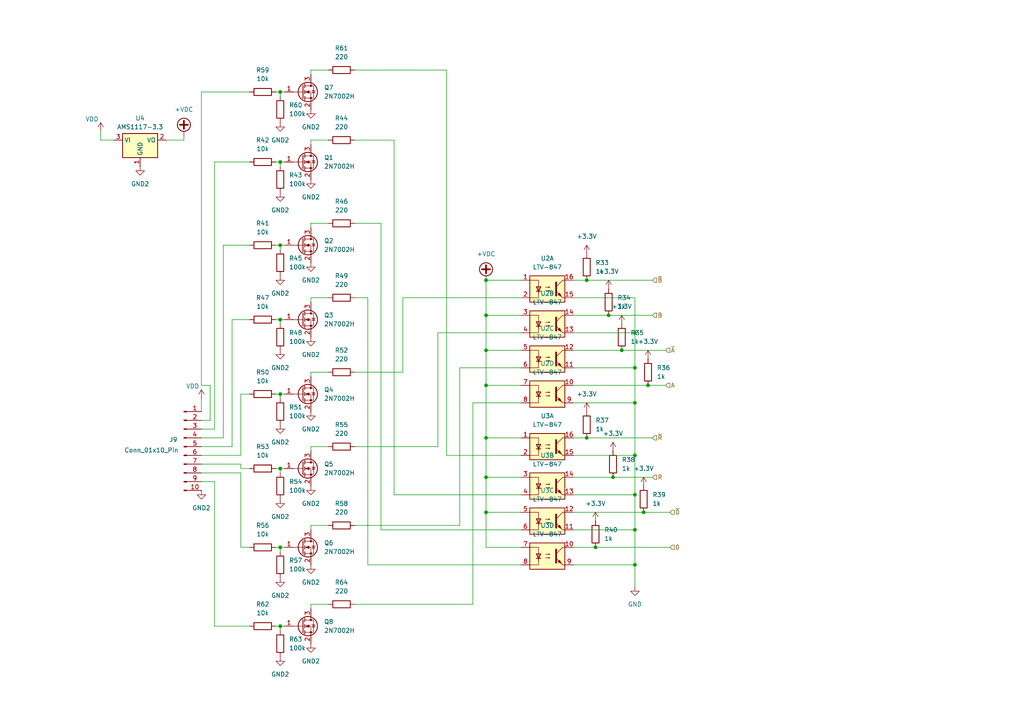
<source format=kicad_sch>
(kicad_sch (version 20231120) (generator "eeschema") (generator_version "8.0")
  (paper "A4")
  (lib_symbols
    (symbol "Connector:Conn_01x10_Pin" (pin_names (offset 1.016) hide)
      (property "Reference" "J" (at 0 12.7 0))
      (property "Value" "Conn_01x10_Pin" (at 0 -15.24 0))
      (symbol "Conn_01x10_Pin_1_1"
        (polyline (pts (xy 1.27 -12.7) (xy 0.8636 -12.7)) (stroke (width 0.1524)))
        (polyline (pts (xy 1.27 -10.16) (xy 0.8636 -10.16)) (stroke (width 0.1524)))
        (polyline (pts (xy 1.27 -7.62) (xy 0.8636 -7.62)) (stroke (width 0.1524)))
        (polyline (pts (xy 1.27 -5.08) (xy 0.8636 -5.08)) (stroke (width 0.1524)))
        (polyline (pts (xy 1.27 -2.54) (xy 0.8636 -2.54)) (stroke (width 0.1524)))
        (polyline (pts (xy 1.27 0) (xy 0.8636 0)) (stroke (width 0.1524)))
        (polyline (pts (xy 1.27 2.54) (xy 0.8636 2.54)) (stroke (width 0.1524)))
        (polyline (pts (xy 1.27 5.08) (xy 0.8636 5.08)) (stroke (width 0.1524)))
        (polyline (pts (xy 1.27 7.62) (xy 0.8636 7.62)) (stroke (width 0.1524)))
        (polyline (pts (xy 1.27 10.16) (xy 0.8636 10.16)) (stroke (width 0.1524)))
        (rectangle (start 0.8636 -12.573) (end 0 -12.827) (stroke (width 0.1524)) (fill (type outline)))
        (rectangle (start 0.8636 -10.033) (end 0 -10.287) (stroke (width 0.1524)) (fill (type outline)))
        (rectangle (start 0.8636 -7.493) (end 0 -7.747) (stroke (width 0.1524)) (fill (type outline)))
        (rectangle (start 0.8636 -4.953) (end 0 -5.207) (stroke (width 0.1524)) (fill (type outline)))
        (rectangle (start 0.8636 -2.413) (end 0 -2.667) (stroke (width 0.1524)) (fill (type outline)))
        (rectangle (start 0.8636 0.127) (end 0 -0.127) (stroke (width 0.1524)) (fill (type outline)))
        (rectangle (start 0.8636 2.667) (end 0 2.413) (stroke (width 0.1524)) (fill (type outline)))
        (rectangle (start 0.8636 5.207) (end 0 4.953) (stroke (width 0.1524)) (fill (type outline)))
        (rectangle (start 0.8636 7.747) (end 0 7.493) (stroke (width 0.1524)) (fill (type outline)))
        (rectangle (start 0.8636 10.287) (end 0 10.033) (stroke (width 0.1524)) (fill (type outline)))
        (pin passive line (at 5.08 10.16 180) (length 3.81) (name "Pin_1") (number "1"))
        (pin passive line (at 5.08 -12.7 180) (length 3.81) (name "Pin_10") (number "10"))
        (pin passive line (at 5.08 7.62 180) (length 3.81) (name "Pin_2") (number "2"))
        (pin passive line (at 5.08 5.08 180) (length 3.81) (name "Pin_3") (number "3"))
        (pin passive line (at 5.08 2.54 180) (length 3.81) (name "Pin_4") (number "4"))
        (pin passive line (at 5.08 0 180) (length 3.81) (name "Pin_5") (number "5"))
        (pin passive line (at 5.08 -2.54 180) (length 3.81) (name "Pin_6") (number "6"))
        (pin passive line (at 5.08 -5.08 180) (length 3.81) (name "Pin_7") (number "7"))
        (pin passive line (at 5.08 -7.62 180) (length 3.81) (name "Pin_8") (number "8"))
        (pin passive line (at 5.08 -10.16 180) (length 3.81) (name "Pin_9") (number "9"))
      )
    )
    (symbol "Device:R" (pin_numbers hide) (pin_names (offset 0))
      (property "Reference" "R" (at 2.032 0 90))
      (property "Value" "R" (at 0 0 90))
      (symbol "R_0_1"
        (rectangle (start -1.016 -2.54) (end 1.016 2.54) (stroke (width 0.254)))
      )
      (symbol "R_1_1"
        (pin passive line (at 0 3.81 270) (length 1.27) (name "~") (number "1"))
        (pin passive line (at 0 -3.81 90) (length 1.27) (name "~") (number "2"))
      )
    )
    (symbol "Isolator:LTV-847" (pin_names (offset 1.016))
      (property "Reference" "U" (at -5.08 5.08 0))
      (property "Value" "LTV-847" (at 0 5.08 0))
      (symbol "LTV-847_0_1"
        (rectangle (start -5.08 3.81) (end 5.08 -3.81) (stroke (width 0.254)) (fill (type background)))
        (polyline (pts (xy -3.175 -0.635) (xy -1.905 -0.635)) (stroke (width 0.254)))
        (polyline (pts (xy 2.54 0.635) (xy 4.445 2.54)))
        (polyline (pts (xy 4.445 -2.54) (xy 2.54 -0.635)) (fill (type outline)))
        (polyline (pts (xy 4.445 -2.54) (xy 5.08 -2.54)))
        (polyline (pts (xy 4.445 2.54) (xy 5.08 2.54)))
        (polyline (pts (xy -2.54 -0.635) (xy -2.54 -2.54) (xy -5.08 -2.54)))
        (polyline (pts (xy 2.54 1.905) (xy 2.54 -1.905) (xy 2.54 -1.905)) (stroke (width 0.508)))
        (polyline (pts (xy -5.08 2.54) (xy -2.54 2.54) (xy -2.54 -1.27) (xy -2.54 0.635)))
        (polyline (pts (xy -2.54 -0.635) (xy -3.175 0.635) (xy -1.905 0.635) (xy -2.54 -0.635)) (stroke (width 0.254)))
        (polyline (pts (xy -0.508 -0.508) (xy 0.762 -0.508) (xy 0.381 -0.635) (xy 0.381 -0.381) (xy 0.762 -0.508)))
        (polyline (pts (xy -0.508 0.508) (xy 0.762 0.508) (xy 0.381 0.381) (xy 0.381 0.635) (xy 0.762 0.508)))
        (polyline (pts (xy 3.048 -1.651) (xy 3.556 -1.143) (xy 4.064 -2.159) (xy 3.048 -1.651) (xy 3.048 -1.651)) (fill (type outline)))
      )
      (symbol "LTV-847_1_1"
        (pin passive line (at -7.62 2.54 0) (length 2.54) (name "~") (number "1"))
        (pin passive line (at 7.62 -2.54 180) (length 2.54) (name "~") (number "15"))
        (pin passive line (at 7.62 2.54 180) (length 2.54) (name "~") (number "16"))
        (pin passive line (at -7.62 -2.54 0) (length 2.54) (name "~") (number "2"))
      )
      (symbol "LTV-847_2_1"
        (pin passive line (at 7.62 -2.54 180) (length 2.54) (name "~") (number "13"))
        (pin passive line (at 7.62 2.54 180) (length 2.54) (name "~") (number "14"))
        (pin passive line (at -7.62 2.54 0) (length 2.54) (name "~") (number "3"))
        (pin passive line (at -7.62 -2.54 0) (length 2.54) (name "~") (number "4"))
      )
      (symbol "LTV-847_3_1"
        (pin passive line (at 7.62 -2.54 180) (length 2.54) (name "~") (number "11"))
        (pin passive line (at 7.62 2.54 180) (length 2.54) (name "~") (number "12"))
        (pin passive line (at -7.62 2.54 0) (length 2.54) (name "~") (number "5"))
        (pin passive line (at -7.62 -2.54 0) (length 2.54) (name "~") (number "6"))
      )
      (symbol "LTV-847_4_1"
        (pin passive line (at 7.62 2.54 180) (length 2.54) (name "~") (number "10"))
        (pin passive line (at -7.62 2.54 0) (length 2.54) (name "~") (number "7"))
        (pin passive line (at -7.62 -2.54 0) (length 2.54) (name "~") (number "8"))
        (pin passive line (at 7.62 -2.54 180) (length 2.54) (name "~") (number "9"))
      )
    )
    (symbol "Regulator_Linear:AMS1117-3.3"
      (property "Reference" "U" (at -3.81 3.175 0))
      (property "Value" "AMS1117-3.3" (at 0 3.175 0))
      (symbol "AMS1117-3.3_0_1"
        (rectangle (start -5.08 -5.08) (end 5.08 1.905) (stroke (width 0.254)) (fill (type background)))
      )
      (symbol "AMS1117-3.3_1_1"
        (pin power_in line (at 0 -7.62 90) (length 2.54) (name "GND") (number "1"))
        (pin power_out line (at 7.62 0 180) (length 2.54) (name "VO") (number "2"))
        (pin power_in line (at -7.62 0 0) (length 2.54) (name "VI") (number "3"))
      )
    )
    (symbol "Transistor_FET:2N7002H" (pin_names hide)
      (property "Reference" "Q" (at 5.08 1.905 0))
      (property "Value" "2N7002H" (at 5.08 0 0))
      (symbol "2N7002H_0_1"
        (polyline (pts (xy 0.254 0) (xy -2.54 0)))
        (polyline (pts (xy 0.254 1.905) (xy 0.254 -1.905)) (stroke (width 0.254)))
        (polyline (pts (xy 0.762 -1.27) (xy 0.762 -2.286)) (stroke (width 0.254)))
        (polyline (pts (xy 0.762 0.508) (xy 0.762 -0.508)) (stroke (width 0.254)))
        (polyline (pts (xy 0.762 2.286) (xy 0.762 1.27)) (stroke (width 0.254)))
        (polyline (pts (xy 2.54 2.54) (xy 2.54 1.778)))
        (polyline (pts (xy 2.54 -2.54) (xy 2.54 0) (xy 0.762 0)))
        (polyline (pts (xy 0.762 -1.778) (xy 3.302 -1.778) (xy 3.302 1.778) (xy 0.762 1.778)))
        (polyline (pts (xy 1.016 0) (xy 2.032 0.381) (xy 2.032 -0.381) (xy 1.016 0)) (fill (type outline)))
        (polyline (pts (xy 2.794 0.508) (xy 2.921 0.381) (xy 3.683 0.381) (xy 3.81 0.254)))
        (polyline (pts (xy 3.302 0.381) (xy 2.921 -0.254) (xy 3.683 -0.254) (xy 3.302 0.381)))
        (circle (center 1.651 0) (radius 2.794) (stroke (width 0.254)))
        (circle (center 2.54 -1.778) (radius 0.254) (fill (type outline)))
        (circle (center 2.54 1.778) (radius 0.254) (fill (type outline)))
      )
      (symbol "2N7002H_1_1"
        (pin input line (at -5.08 0 0) (length 2.54) (name "G") (number "1"))
        (pin passive line (at 2.54 -5.08 90) (length 2.54) (name "S") (number "2"))
        (pin passive line (at 2.54 5.08 270) (length 2.54) (name "D") (number "3"))
      )
    )
    (symbol "power:+3.3V" (power) (pin_numbers hide) (pin_names (offset 0) hide)
      (property "Value" "+3.3V" (at 0 3.556 0))
      (symbol "+3.3V_0_1"
        (polyline (pts (xy -0.762 1.27) (xy 0 2.54)))
        (polyline (pts (xy 0 0) (xy 0 2.54)))
        (polyline (pts (xy 0 2.54) (xy 0.762 1.27)))
      )
      (symbol "+3.3V_1_1"
        (pin power_in line (at 0 0 90) (length 0) (name "~") (number "1"))
      )
    )
    (symbol "power:+VDC" (power) (pin_numbers hide) (pin_names (offset 0) hide)
      (property "Value" "+VDC" (at 0 6.35 0))
      (symbol "+VDC_0_1"
        (polyline (pts (xy -1.143 3.175) (xy 1.143 3.175)) (stroke (width 0.508)))
        (polyline (pts (xy 0 0) (xy 0 1.27)))
        (polyline (pts (xy 0 2.032) (xy 0 4.318)) (stroke (width 0.508)))
        (circle (center 0 3.175) (radius 1.905) (stroke (width 0.254)))
      )
      (symbol "+VDC_1_1"
        (pin power_in line (at 0 0 90) (length 0) (name "~") (number "1"))
      )
    )
    (symbol "power:GND" (power) (pin_numbers hide) (pin_names (offset 0) hide)
      (property "Value" "GND" (at 0 -3.81 0))
      (symbol "GND_0_1"
        (polyline (pts (xy 0 0) (xy 0 -1.27) (xy 1.27 -1.27) (xy 0 -2.54) (xy -1.27 -1.27) (xy 0 -1.27)))
      )
      (symbol "GND_1_1"
        (pin power_in line (at 0 0 270) (length 0) (name "~") (number "1"))
      )
    )
    (symbol "power:GND2" (power) (pin_numbers hide) (pin_names (offset 0) hide)
      (property "Value" "GND2" (at 0 -3.81 0))
      (symbol "GND2_0_1"
        (polyline (pts (xy 0 0) (xy 0 -1.27) (xy 1.27 -1.27) (xy 0 -2.54) (xy -1.27 -1.27) (xy 0 -1.27)))
      )
      (symbol "GND2_1_1"
        (pin power_in line (at 0 0 270) (length 0) (name "~") (number "1"))
      )
    )
    (symbol "power:VDD" (power) (pin_numbers hide) (pin_names (offset 0) hide)
      (property "Value" "VDD" (at 0 3.556 0))
      (symbol "VDD_0_1"
        (polyline (pts (xy -0.762 1.27) (xy 0 2.54)))
        (polyline (pts (xy 0 0) (xy 0 2.54)))
        (polyline (pts (xy 0 2.54) (xy 0.762 1.27)))
      )
      (symbol "VDD_1_1"
        (pin power_in line (at 0 0 90) (length 0) (name "~") (number "1"))
      )
    )
  )
  (junction (at 184.15 96.52))
  (junction (at 140.97 101.6))
  (junction (at 184.15 116.84))
  (junction (at 184.15 132.08))
  (junction (at 140.97 111.76))
  (junction (at 170.18 127))
  (junction (at 81.28 135.89))
  (junction (at 176.53 91.44))
  (junction (at 81.28 71.12))
  (junction (at 81.28 114.3))
  (junction (at 81.28 181.61))
  (junction (at 81.28 26.67))
  (junction (at 81.28 158.75))
  (junction (at 186.69 148.59))
  (junction (at 184.15 106.68))
  (junction (at 140.97 127))
  (junction (at 81.28 92.71))
  (junction (at 140.97 138.43))
  (junction (at 172.72 158.75))
  (junction (at 184.15 163.83))
  (junction (at 140.97 91.44))
  (junction (at 170.18 81.28))
  (junction (at 184.15 143.51))
  (junction (at 187.96 111.76))
  (junction (at 81.28 46.99))
  (junction (at 140.97 148.59))
  (junction (at 177.8 138.43))
  (junction (at 140.97 81.28))
  (junction (at 180.34 101.6))
  (junction (at 184.15 153.67))
  (wire (pts (xy 81.28 26.67) (xy 82.55 26.67)))
  (wire (pts (xy 184.15 163.83) (xy 184.15 170.18)))
  (wire (pts (xy 102.87 129.54) (xy 127 129.54)))
  (wire (pts (xy 72.39 46.99) (xy 62.23 46.99)))
  (wire (pts (xy 80.01 71.12) (xy 81.28 71.12)))
  (wire (pts (xy 69.85 137.16) (xy 58.42 137.16)))
  (wire (pts (xy 114.3 143.51) (xy 151.13 143.51)))
  (wire (pts (xy 81.28 71.12) (xy 82.55 71.12)))
  (wire (pts (xy 90.17 86.36) (xy 90.17 87.63)))
  (wire (pts (xy 80.01 92.71) (xy 81.28 92.71)))
  (wire (pts (xy 69.85 135.89) (xy 69.85 134.62)))
  (wire (pts (xy 102.87 107.95) (xy 116.84 107.95)))
  (wire (pts (xy 193.04 111.76) (xy 187.96 111.76)))
  (wire (pts (xy 176.53 91.44) (xy 166.37 91.44)))
  (wire (pts (xy 90.17 64.77) (xy 90.17 66.04)))
  (wire (pts (xy 90.17 152.4) (xy 90.17 153.67)))
  (wire (pts (xy 64.77 71.12) (xy 64.77 127)))
  (wire (pts (xy 184.15 153.67) (xy 184.15 163.83)))
  (wire (pts (xy 81.28 114.3) (xy 81.28 115.57)))
  (wire (pts (xy 67.31 129.54) (xy 58.42 129.54)))
  (wire (pts (xy 95.25 107.95) (xy 90.17 107.95)))
  (wire (pts (xy 80.01 181.61) (xy 81.28 181.61)))
  (wire (pts (xy 81.28 92.71) (xy 81.28 93.98)))
  (wire (pts (xy 193.04 101.6) (xy 180.34 101.6)))
  (wire (pts (xy 140.97 81.28) (xy 151.13 81.28)))
  (wire (pts (xy 102.87 64.77) (xy 110.49 64.77)))
  (wire (pts (xy 133.35 152.4) (xy 133.35 106.68)))
  (wire (pts (xy 170.18 127) (xy 166.37 127)))
  (wire (pts (xy 127 129.54) (xy 127 96.52)))
  (wire (pts (xy 95.25 40.64) (xy 90.17 40.64)))
  (wire (pts (xy 106.68 163.83) (xy 151.13 163.83)))
  (wire (pts (xy 184.15 106.68) (xy 184.15 116.84)))
  (wire (pts (xy 58.42 115.57) (xy 58.42 119.38)))
  (wire (pts (xy 166.37 106.68) (xy 184.15 106.68)))
  (wire (pts (xy 166.37 96.52) (xy 184.15 96.52)))
  (wire (pts (xy 102.87 152.4) (xy 133.35 152.4)))
  (wire (pts (xy 166.37 143.51) (xy 184.15 143.51)))
  (wire (pts (xy 151.13 148.59) (xy 140.97 148.59)))
  (wire (pts (xy 72.39 181.61) (xy 62.23 181.61)))
  (wire (pts (xy 64.77 127) (xy 58.42 127)))
  (wire (pts (xy 72.39 92.71) (xy 67.31 92.71)))
  (wire (pts (xy 95.25 129.54) (xy 90.17 129.54)))
  (wire (pts (xy 184.15 96.52) (xy 184.15 106.68)))
  (wire (pts (xy 177.8 138.43) (xy 166.37 138.43)))
  (wire (pts (xy 116.84 107.95) (xy 116.84 86.36)))
  (wire (pts (xy 140.97 81.28) (xy 140.97 91.44)))
  (wire (pts (xy 29.21 40.64) (xy 33.02 40.64)))
  (wire (pts (xy 80.01 135.89) (xy 81.28 135.89)))
  (wire (pts (xy 106.68 86.36) (xy 102.87 86.36)))
  (wire (pts (xy 189.23 81.28) (xy 170.18 81.28)))
  (wire (pts (xy 95.25 152.4) (xy 90.17 152.4)))
  (wire (pts (xy 189.23 91.44) (xy 176.53 91.44)))
  (wire (pts (xy 151.13 138.43) (xy 140.97 138.43)))
  (wire (pts (xy 58.42 26.67) (xy 58.42 111.76)))
  (wire (pts (xy 116.84 86.36) (xy 151.13 86.36)))
  (wire (pts (xy 151.13 158.75) (xy 140.97 158.75)))
  (wire (pts (xy 69.85 158.75) (xy 69.85 137.16)))
  (wire (pts (xy 80.01 114.3) (xy 81.28 114.3)))
  (wire (pts (xy 114.3 40.64) (xy 114.3 143.51)))
  (wire (pts (xy 58.42 111.76) (xy 60.96 111.76)))
  (wire (pts (xy 184.15 132.08) (xy 184.15 143.51)))
  (wire (pts (xy 72.39 71.12) (xy 64.77 71.12)))
  (wire (pts (xy 69.85 134.62) (xy 58.42 134.62)))
  (wire (pts (xy 137.16 175.26) (xy 137.16 116.84)))
  (wire (pts (xy 102.87 40.64) (xy 114.3 40.64)))
  (wire (pts (xy 81.28 71.12) (xy 81.28 72.39)))
  (wire (pts (xy 140.97 127) (xy 140.97 111.76)))
  (wire (pts (xy 62.23 181.61) (xy 62.23 139.7)))
  (wire (pts (xy 140.97 101.6) (xy 140.97 111.76)))
  (wire (pts (xy 81.28 181.61) (xy 81.28 182.88)))
  (wire (pts (xy 62.23 46.99) (xy 62.23 124.46)))
  (wire (pts (xy 81.28 181.61) (xy 82.55 181.61)))
  (wire (pts (xy 72.39 114.3) (xy 69.85 114.3)))
  (wire (pts (xy 140.97 148.59) (xy 140.97 138.43)))
  (wire (pts (xy 90.17 129.54) (xy 90.17 130.81)))
  (wire (pts (xy 48.26 40.64) (xy 53.34 40.64)))
  (wire (pts (xy 180.34 101.6) (xy 166.37 101.6)))
  (wire (pts (xy 151.13 127) (xy 140.97 127)))
  (wire (pts (xy 81.28 92.71) (xy 82.55 92.71)))
  (wire (pts (xy 80.01 46.99) (xy 81.28 46.99)))
  (wire (pts (xy 81.28 46.99) (xy 82.55 46.99)))
  (wire (pts (xy 189.23 127) (xy 170.18 127)))
  (wire (pts (xy 184.15 143.51) (xy 184.15 153.67)))
  (wire (pts (xy 137.16 116.84) (xy 151.13 116.84)))
  (wire (pts (xy 172.72 158.75) (xy 166.37 158.75)))
  (wire (pts (xy 194.31 158.75) (xy 172.72 158.75)))
  (wire (pts (xy 184.15 116.84) (xy 184.15 132.08)))
  (wire (pts (xy 133.35 106.68) (xy 151.13 106.68)))
  (wire (pts (xy 53.34 39.37) (xy 53.34 40.64)))
  (wire (pts (xy 170.18 81.28) (xy 166.37 81.28)))
  (wire (pts (xy 69.85 132.08) (xy 58.42 132.08)))
  (wire (pts (xy 29.21 38.1) (xy 29.21 40.64)))
  (wire (pts (xy 127 96.52) (xy 151.13 96.52)))
  (wire (pts (xy 67.31 92.71) (xy 67.31 129.54)))
  (wire (pts (xy 69.85 114.3) (xy 69.85 132.08)))
  (wire (pts (xy 95.25 20.32) (xy 90.17 20.32)))
  (wire (pts (xy 166.37 116.84) (xy 184.15 116.84)))
  (wire (pts (xy 166.37 153.67) (xy 184.15 153.67)))
  (wire (pts (xy 81.28 135.89) (xy 82.55 135.89)))
  (wire (pts (xy 80.01 158.75) (xy 81.28 158.75)))
  (wire (pts (xy 140.97 91.44) (xy 140.97 101.6)))
  (wire (pts (xy 151.13 91.44) (xy 140.97 91.44)))
  (wire (pts (xy 81.28 46.99) (xy 81.28 48.26)))
  (wire (pts (xy 184.15 86.36) (xy 184.15 96.52)))
  (wire (pts (xy 140.97 138.43) (xy 140.97 127)))
  (wire (pts (xy 187.96 111.76) (xy 166.37 111.76)))
  (wire (pts (xy 110.49 153.67) (xy 151.13 153.67)))
  (wire (pts (xy 90.17 175.26) (xy 90.17 176.53)))
  (wire (pts (xy 72.39 135.89) (xy 69.85 135.89)))
  (wire (pts (xy 166.37 163.83) (xy 184.15 163.83)))
  (wire (pts (xy 60.96 111.76) (xy 60.96 121.92)))
  (wire (pts (xy 106.68 86.36) (xy 106.68 163.83)))
  (wire (pts (xy 72.39 158.75) (xy 69.85 158.75)))
  (wire (pts (xy 62.23 139.7) (xy 58.42 139.7)))
  (wire (pts (xy 151.13 111.76) (xy 140.97 111.76)))
  (wire (pts (xy 95.25 64.77) (xy 90.17 64.77)))
  (wire (pts (xy 151.13 101.6) (xy 140.97 101.6)))
  (wire (pts (xy 186.69 148.59) (xy 166.37 148.59)))
  (wire (pts (xy 102.87 20.32) (xy 129.54 20.32)))
  (wire (pts (xy 90.17 40.64) (xy 90.17 41.91)))
  (wire (pts (xy 81.28 158.75) (xy 82.55 158.75)))
  (wire (pts (xy 81.28 114.3) (xy 82.55 114.3)))
  (wire (pts (xy 102.87 175.26) (xy 137.16 175.26)))
  (wire (pts (xy 110.49 64.77) (xy 110.49 153.67)))
  (wire (pts (xy 58.42 26.67) (xy 72.39 26.67)))
  (wire (pts (xy 81.28 135.89) (xy 81.28 137.16)))
  (wire (pts (xy 81.28 26.67) (xy 81.28 27.94)))
  (wire (pts (xy 129.54 20.32) (xy 129.54 132.08)))
  (wire (pts (xy 194.31 148.59) (xy 186.69 148.59)))
  (wire (pts (xy 140.97 158.75) (xy 140.97 148.59)))
  (wire (pts (xy 166.37 132.08) (xy 184.15 132.08)))
  (wire (pts (xy 81.28 158.75) (xy 81.28 160.02)))
  (wire (pts (xy 90.17 107.95) (xy 90.17 109.22)))
  (wire (pts (xy 60.96 121.92) (xy 58.42 121.92)))
  (wire (pts (xy 95.25 86.36) (xy 90.17 86.36)))
  (wire (pts (xy 189.23 138.43) (xy 177.8 138.43)))
  (wire (pts (xy 90.17 20.32) (xy 90.17 21.59)))
  (wire (pts (xy 80.01 26.67) (xy 81.28 26.67)))
  (wire (pts (xy 95.25 175.26) (xy 90.17 175.26)))
  (wire (pts (xy 62.23 124.46) (xy 58.42 124.46)))
  (wire (pts (xy 166.37 86.36) (xy 184.15 86.36)))
  (wire (pts (xy 129.54 132.08) (xy 151.13 132.08)))
  (hierarchical_label "~{B}" (shape input) (at 189.23 81.28 0))
  (hierarchical_label "~{R}" (shape input) (at 189.23 127 0))
  (hierarchical_label "0" (shape input) (at 194.31 158.75 0))
  (hierarchical_label "R" (shape input) (at 189.23 138.43 0))
  (hierarchical_label "~{A}" (shape input) (at 193.04 101.6 0))
  (hierarchical_label "B" (shape input) (at 189.23 91.44 0))
  (hierarchical_label "~{0}" (shape input) (at 194.31 148.59 0))
  (hierarchical_label "A" (shape input) (at 193.04 111.76 0))
  (symbol (lib_id "Transistor_FET:2N7002H") (at 87.63 114.3 0) (unit 1)
    (property "Reference" "Q4" (at 93.98 113.0299 0) (effects (justify left)))
    (property "Value" "2N7002H" (at 93.98 115.5699 0) (effects (justify left)))
    (property "Footprint" "Package_TO_SOT_SMD:SOT-23" (effects (hide yes)))
    (property "Datasheet" "http://www.diodes.com/assets/Datasheets/2N7002H.pdf" (effects (hide yes)))
    (property "Description" "0.21A Id, 60V Vds, N-Channel MOSFET, SOT-23" (effects (hide yes)))
  )
  (symbol (lib_id "Device:R") (at 81.28 97.79 0) (unit 1)
    (property "Reference" "R48" (at 83.82 96.5199 0) (effects (justify left)))
    (property "Value" "100k" (at 83.82 99.0599 0) (effects (justify left)))
    (property "Footprint" "Resistor_SMD:R_1206_3216Metric_Pad1.30x1.75mm_HandSolder" (effects (hide yes)))
    (property "Description" "Resistor" (effects (hide yes)))
  )
  (symbol (lib_id "power:GND2") (at 90.17 76.2 0) (unit 1)
    (property "Reference" "#PWR072" (effects (hide yes)))
    (property "Value" "GND2" (at 90.17 81.28 0))
    (property "Description" "Power symbol creates a global label with name \"GND2\" , ground" (effects (hide yes)))
  )
  (symbol (lib_id "Device:R") (at 76.2 181.61 270) (unit 1)
    (property "Reference" "R62" (at 76.2 175.26 90))
    (property "Value" "10k" (at 76.2 177.8 90))
    (property "Footprint" "Resistor_SMD:R_1206_3216Metric_Pad1.30x1.75mm_HandSolder" (effects (hide yes)))
    (property "Description" "Resistor" (effects (hide yes)))
  )
  (symbol (lib_id "power:GND2") (at 81.28 55.88 0) (unit 1)
    (property "Reference" "#PWR070" (effects (hide yes)))
    (property "Value" "GND2" (at 81.28 60.96 0))
    (property "Description" "Power symbol creates a global label with name \"GND2\" , ground" (effects (hide yes)))
  )
  (symbol (lib_id "Isolator:LTV-847") (at 158.75 151.13 0) (unit 3)
    (property "Reference" "U3" (at 158.75 142.24 0))
    (property "Value" "LTV-847" (at 158.75 144.78 0))
    (property "Footprint" "Package_DIP:DIP-16_W7.62mm" (effects (hide yes)))
    (property "Datasheet" "http://optoelectronics.liteon.com/upload/download/DS-70-96-0016/LTV-8X7%20series.PDF" (effects (hide yes)))
    (property "Description" "Quad DC Optocoupler, Vce 35V, CTR 50%, DIP-16" (effects (hide yes)))
  )
  (symbol (lib_id "Device:R") (at 81.28 31.75 0) (unit 1)
    (property "Reference" "R60" (at 83.82 30.4799 0) (effects (justify left)))
    (property "Value" "100k" (at 83.82 33.0199 0) (effects (justify left)))
    (property "Footprint" "Resistor_SMD:R_1206_3216Metric_Pad1.30x1.75mm_HandSolder" (effects (hide yes)))
    (property "Description" "Resistor" (effects (hide yes)))
  )
  (symbol (lib_id "Isolator:LTV-847") (at 158.75 83.82 0) (unit 1)
    (property "Reference" "U2" (at 158.75 74.93 0))
    (property "Value" "LTV-847" (at 158.75 77.47 0))
    (property "Footprint" "Package_DIP:DIP-16_W7.62mm" (effects (hide yes)))
    (property "Datasheet" "http://optoelectronics.liteon.com/upload/download/DS-70-96-0016/LTV-8X7%20series.PDF" (effects (hide yes)))
    (property "Description" "Quad DC Optocoupler, Vce 35V, CTR 50%, DIP-16" (effects (hide yes)))
  )
  (symbol (lib_id "power:GND2") (at 81.28 80.01 0) (unit 1)
    (property "Reference" "#PWR059" (effects (hide yes)))
    (property "Value" "GND2" (at 81.28 85.09 0))
    (property "Description" "Power symbol creates a global label with name \"GND2\" , ground" (effects (hide yes)))
  )
  (symbol (lib_id "power:GND2") (at 81.28 190.5 0) (unit 1)
    (property "Reference" "#PWR083" (effects (hide yes)))
    (property "Value" "GND2" (at 81.28 195.58 0))
    (property "Description" "Power symbol creates a global label with name \"GND2\" , ground" (effects (hide yes)))
  )
  (symbol (lib_id "Device:R") (at 170.18 123.19 0) (unit 1)
    (property "Reference" "R37" (at 172.72 121.9199 0) (effects (justify left)))
    (property "Value" "1k" (at 172.72 124.4599 0) (effects (justify left)))
    (property "Footprint" "Resistor_SMD:R_1206_3216Metric_Pad1.30x1.75mm_HandSolder" (effects (hide yes)))
    (property "Description" "Resistor" (effects (hide yes)))
  )
  (symbol (lib_id "Transistor_FET:2N7002H") (at 87.63 46.99 0) (unit 1)
    (property "Reference" "Q1" (at 93.98 45.7199 0) (effects (justify left)))
    (property "Value" "2N7002H" (at 93.98 48.2599 0) (effects (justify left)))
    (property "Footprint" "Package_TO_SOT_SMD:SOT-23" (effects (hide yes)))
    (property "Datasheet" "http://www.diodes.com/assets/Datasheets/2N7002H.pdf" (effects (hide yes)))
    (property "Description" "0.21A Id, 60V Vds, N-Channel MOSFET, SOT-23" (effects (hide yes)))
  )
  (symbol (lib_id "Device:R") (at 99.06 129.54 90) (unit 1)
    (property "Reference" "R55" (at 99.06 123.19 90))
    (property "Value" "220" (at 99.06 125.73 90))
    (property "Footprint" "Resistor_SMD:R_1206_3216Metric_Pad1.30x1.75mm_HandSolder" (effects (hide yes)))
    (property "Description" "Resistor" (effects (hide yes)))
  )
  (symbol (lib_id "power:GND2") (at 40.64 48.26 0) (unit 1)
    (property "Reference" "#PWR089" (effects (hide yes)))
    (property "Value" "GND2" (at 40.64 53.34 0))
    (property "Description" "Power symbol creates a global label with name \"GND2\" , ground" (effects (hide yes)))
  )
  (symbol (lib_id "Device:R") (at 177.8 134.62 0) (unit 1)
    (property "Reference" "R38" (at 180.34 133.3499 0) (effects (justify left)))
    (property "Value" "1k" (at 180.34 135.8899 0) (effects (justify left)))
    (property "Footprint" "Resistor_SMD:R_1206_3216Metric_Pad1.30x1.75mm_HandSolder" (effects (hide yes)))
    (property "Description" "Resistor" (effects (hide yes)))
  )
  (symbol (lib_id "Device:R") (at 76.2 71.12 270) (unit 1)
    (property "Reference" "R41" (at 76.2 64.77 90))
    (property "Value" "10k" (at 76.2 67.31 90))
    (property "Footprint" "Resistor_SMD:R_1206_3216Metric_Pad1.30x1.75mm_HandSolder" (effects (hide yes)))
    (property "Description" "Resistor" (effects (hide yes)))
  )
  (symbol (lib_id "Device:R") (at 172.72 154.94 0) (unit 1)
    (property "Reference" "R40" (at 175.26 153.6699 0) (effects (justify left)))
    (property "Value" "1k" (at 175.26 156.2099 0) (effects (justify left)))
    (property "Footprint" "Resistor_SMD:R_1206_3216Metric_Pad1.30x1.75mm_HandSolder" (effects (hide yes)))
    (property "Description" "Resistor" (effects (hide yes)))
  )
  (symbol (lib_id "Device:R") (at 81.28 119.38 0) (unit 1)
    (property "Reference" "R51" (at 83.82 118.1099 0) (effects (justify left)))
    (property "Value" "100k" (at 83.82 120.6499 0) (effects (justify left)))
    (property "Footprint" "Resistor_SMD:R_1206_3216Metric_Pad1.30x1.75mm_HandSolder" (effects (hide yes)))
    (property "Description" "Resistor" (effects (hide yes)))
  )
  (symbol (lib_id "power:GND2") (at 81.28 123.19 0) (unit 1)
    (property "Reference" "#PWR075" (effects (hide yes)))
    (property "Value" "GND2" (at 81.28 128.27 0))
    (property "Description" "Power symbol creates a global label with name \"GND2\" , ground" (effects (hide yes)))
  )
  (symbol (lib_id "power:+3.3V") (at 172.72 151.13 0) (unit 1)
    (property "Reference" "#PWR068" (effects (hide yes)))
    (property "Value" "+3.3V" (at 172.72 146.05 0))
    (property "Description" "Power symbol creates a global label with name \"+3.3V\"" (effects (hide yes)))
  )
  (symbol (lib_id "Transistor_FET:2N7002H") (at 87.63 181.61 0) (unit 1)
    (property "Reference" "Q8" (at 93.98 180.3399 0) (effects (justify left)))
    (property "Value" "2N7002H" (at 93.98 182.8799 0) (effects (justify left)))
    (property "Footprint" "Package_TO_SOT_SMD:SOT-23" (effects (hide yes)))
    (property "Datasheet" "http://www.diodes.com/assets/Datasheets/2N7002H.pdf" (effects (hide yes)))
    (property "Description" "0.21A Id, 60V Vds, N-Channel MOSFET, SOT-23" (effects (hide yes)))
  )
  (symbol (lib_id "power:+VDC") (at 53.34 39.37 0) (unit 1)
    (property "Reference" "#PWR088" (effects (hide yes)))
    (property "Value" "+VDC" (at 53.34 31.75 0))
    (property "Description" "Power symbol creates a global label with name \"+VDC\"" (effects (hide yes)))
  )
  (symbol (lib_id "Isolator:LTV-847") (at 158.75 129.54 0) (unit 1)
    (property "Reference" "U3" (at 158.75 120.65 0))
    (property "Value" "LTV-847" (at 158.75 123.19 0))
    (property "Footprint" "Package_DIP:DIP-16_W7.62mm" (effects (hide yes)))
    (property "Datasheet" "http://optoelectronics.liteon.com/upload/download/DS-70-96-0016/LTV-8X7%20series.PDF" (effects (hide yes)))
    (property "Description" "Quad DC Optocoupler, Vce 35V, CTR 50%, DIP-16" (effects (hide yes)))
  )
  (symbol (lib_id "Device:R") (at 99.06 175.26 90) (unit 1)
    (property "Reference" "R64" (at 99.06 168.91 90))
    (property "Value" "220" (at 99.06 171.45 90))
    (property "Footprint" "Resistor_SMD:R_1206_3216Metric_Pad1.30x1.75mm_HandSolder" (effects (hide yes)))
    (property "Description" "Resistor" (effects (hide yes)))
  )
  (symbol (lib_id "Device:R") (at 81.28 76.2 0) (unit 1)
    (property "Reference" "R45" (at 83.82 74.9299 0) (effects (justify left)))
    (property "Value" "100k" (at 83.82 77.4699 0) (effects (justify left)))
    (property "Footprint" "Resistor_SMD:R_1206_3216Metric_Pad1.30x1.75mm_HandSolder" (effects (hide yes)))
    (property "Description" "Resistor" (effects (hide yes)))
  )
  (symbol (lib_id "Device:R") (at 81.28 140.97 0) (unit 1)
    (property "Reference" "R54" (at 83.82 139.6999 0) (effects (justify left)))
    (property "Value" "100k" (at 83.82 142.2399 0) (effects (justify left)))
    (property "Footprint" "Resistor_SMD:R_1206_3216Metric_Pad1.30x1.75mm_HandSolder" (effects (hide yes)))
    (property "Description" "Resistor" (effects (hide yes)))
  )
  (symbol (lib_id "power:+3.3V") (at 170.18 73.66 0) (unit 1)
    (property "Reference" "#PWR061" (effects (hide yes)))
    (property "Value" "+3.3V" (at 170.18 68.58 0))
    (property "Description" "Power symbol creates a global label with name \"+3.3V\"" (effects (hide yes)))
  )
  (symbol (lib_id "Transistor_FET:2N7002H") (at 87.63 158.75 0) (unit 1)
    (property "Reference" "Q6" (at 93.98 157.4799 0) (effects (justify left)))
    (property "Value" "2N7002H" (at 93.98 160.0199 0) (effects (justify left)))
    (property "Footprint" "Package_TO_SOT_SMD:SOT-23" (effects (hide yes)))
    (property "Datasheet" "http://www.diodes.com/assets/Datasheets/2N7002H.pdf" (effects (hide yes)))
    (property "Description" "0.21A Id, 60V Vds, N-Channel MOSFET, SOT-23" (effects (hide yes)))
  )
  (symbol (lib_id "power:GND2") (at 90.17 31.75 0) (unit 1)
    (property "Reference" "#PWR082" (effects (hide yes)))
    (property "Value" "GND2" (at 90.17 36.83 0))
    (property "Description" "Power symbol creates a global label with name \"GND2\" , ground" (effects (hide yes)))
  )
  (symbol (lib_id "Isolator:LTV-847") (at 158.75 93.98 0) (unit 2)
    (property "Reference" "U2" (at 158.75 85.09 0))
    (property "Value" "LTV-847" (at 158.75 87.63 0))
    (property "Footprint" "Package_DIP:DIP-16_W7.62mm" (effects (hide yes)))
    (property "Datasheet" "http://optoelectronics.liteon.com/upload/download/DS-70-96-0016/LTV-8X7%20series.PDF" (effects (hide yes)))
    (property "Description" "Quad DC Optocoupler, Vce 35V, CTR 50%, DIP-16" (effects (hide yes)))
  )
  (symbol (lib_id "power:+3.3V") (at 187.96 104.14 0) (unit 1)
    (property "Reference" "#PWR064" (effects (hide yes)))
    (property "Value" "+3.3V" (at 187.96 99.06 0))
    (property "Description" "Power symbol creates a global label with name \"+3.3V\"" (effects (hide yes)))
  )
  (symbol (lib_id "Device:R") (at 81.28 52.07 0) (unit 1)
    (property "Reference" "R43" (at 83.82 50.7999 0) (effects (justify left)))
    (property "Value" "100k" (at 83.82 53.3399 0) (effects (justify left)))
    (property "Footprint" "Resistor_SMD:R_1206_3216Metric_Pad1.30x1.75mm_HandSolder" (effects (hide yes)))
    (property "Description" "Resistor" (effects (hide yes)))
  )
  (symbol (lib_id "Device:R") (at 99.06 40.64 90) (unit 1)
    (property "Reference" "R44" (at 99.06 34.29 90))
    (property "Value" "220" (at 99.06 36.83 90))
    (property "Footprint" "Resistor_SMD:R_1206_3216Metric_Pad1.30x1.75mm_HandSolder" (effects (hide yes)))
    (property "Description" "Resistor" (effects (hide yes)))
  )
  (symbol (lib_id "power:GND2") (at 81.28 101.6 0) (unit 1)
    (property "Reference" "#PWR073" (effects (hide yes)))
    (property "Value" "GND2" (at 81.28 106.68 0))
    (property "Description" "Power symbol creates a global label with name \"GND2\" , ground" (effects (hide yes)))
  )
  (symbol (lib_id "Isolator:LTV-847") (at 158.75 140.97 0) (unit 2)
    (property "Reference" "U3" (at 158.75 132.08 0))
    (property "Value" "LTV-847" (at 158.75 134.62 0))
    (property "Footprint" "Package_DIP:DIP-16_W7.62mm" (effects (hide yes)))
    (property "Datasheet" "http://optoelectronics.liteon.com/upload/download/DS-70-96-0016/LTV-8X7%20series.PDF" (effects (hide yes)))
    (property "Description" "Quad DC Optocoupler, Vce 35V, CTR 50%, DIP-16" (effects (hide yes)))
  )
  (symbol (lib_id "power:+VDC") (at 140.97 81.28 0) (unit 1)
    (property "Reference" "#PWR090" (effects (hide yes)))
    (property "Value" "+VDC" (at 140.97 73.66 0))
    (property "Description" "Power symbol creates a global label with name \"+VDC\"" (effects (hide yes)))
  )
  (symbol (lib_id "Device:R") (at 186.69 144.78 0) (unit 1)
    (property "Reference" "R39" (at 189.23 143.5099 0) (effects (justify left)))
    (property "Value" "1k" (at 189.23 146.0499 0) (effects (justify left)))
    (property "Footprint" "Resistor_SMD:R_1206_3216Metric_Pad1.30x1.75mm_HandSolder" (effects (hide yes)))
    (property "Description" "Resistor" (effects (hide yes)))
  )
  (symbol (lib_id "power:+3.3V") (at 186.69 140.97 0) (unit 1)
    (property "Reference" "#PWR067" (effects (hide yes)))
    (property "Value" "+3.3V" (at 186.69 135.89 0))
    (property "Description" "Power symbol creates a global label with name \"+3.3V\"" (effects (hide yes)))
  )
  (symbol (lib_id "Device:R") (at 76.2 46.99 270) (unit 1)
    (property "Reference" "R42" (at 76.2 40.64 90))
    (property "Value" "10k" (at 76.2 43.18 90))
    (property "Footprint" "Resistor_SMD:R_1206_3216Metric_Pad1.30x1.75mm_HandSolder" (effects (hide yes)))
    (property "Description" "Resistor" (effects (hide yes)))
  )
  (symbol (lib_id "power:GND2") (at 81.28 167.64 0) (unit 1)
    (property "Reference" "#PWR079" (effects (hide yes)))
    (property "Value" "GND2" (at 81.28 172.72 0))
    (property "Description" "Power symbol creates a global label with name \"GND2\" , ground" (effects (hide yes)))
  )
  (symbol (lib_id "Connector:Conn_01x10_Pin") (at 53.34 129.54 0) (unit 1)
    (property "Reference" "J9" (at 50.292 127.508 0))
    (property "Value" "Conn_01x10_Pin" (at 43.942 130.556 0))
    (property "Footprint" "Connector_PinHeader_2.54mm:PinHeader_1x10_P2.54mm_Vertical" (effects (hide yes)))
    (property "Description" "Generic connector, single row, 01x10, script generated" (effects (hide yes)))
  )
  (symbol (lib_id "Device:R") (at 76.2 135.89 270) (unit 1)
    (property "Reference" "R53" (at 76.2 129.54 90))
    (property "Value" "10k" (at 76.2 132.08 90))
    (property "Footprint" "Resistor_SMD:R_1206_3216Metric_Pad1.30x1.75mm_HandSolder" (effects (hide yes)))
    (property "Description" "Resistor" (effects (hide yes)))
  )
  (symbol (lib_id "Device:R") (at 99.06 86.36 90) (unit 1)
    (property "Reference" "R49" (at 99.06 80.01 90))
    (property "Value" "220" (at 99.06 82.55 90))
    (property "Footprint" "Resistor_SMD:R_1206_3216Metric_Pad1.30x1.75mm_HandSolder" (effects (hide yes)))
    (property "Description" "Resistor" (effects (hide yes)))
  )
  (symbol (lib_id "Device:R") (at 81.28 186.69 0) (unit 1)
    (property "Reference" "R63" (at 83.82 185.4199 0) (effects (justify left)))
    (property "Value" "100k" (at 83.82 187.9599 0) (effects (justify left)))
    (property "Footprint" "Resistor_SMD:R_1206_3216Metric_Pad1.30x1.75mm_HandSolder" (effects (hide yes)))
    (property "Description" "Resistor" (effects (hide yes)))
  )
  (symbol (lib_id "Device:R") (at 187.96 107.95 0) (unit 1)
    (property "Reference" "R36" (at 190.5 106.6799 0) (effects (justify left)))
    (property "Value" "1k" (at 190.5 109.2199 0) (effects (justify left)))
    (property "Footprint" "Resistor_SMD:R_1206_3216Metric_Pad1.30x1.75mm_HandSolder" (effects (hide yes)))
    (property "Description" "Resistor" (effects (hide yes)))
  )
  (symbol (lib_id "Isolator:LTV-847") (at 158.75 161.29 0) (unit 4)
    (property "Reference" "U3" (at 158.75 152.4 0))
    (property "Value" "LTV-847" (at 158.75 154.94 0))
    (property "Footprint" "Package_DIP:DIP-16_W7.62mm" (effects (hide yes)))
    (property "Datasheet" "http://optoelectronics.liteon.com/upload/download/DS-70-96-0016/LTV-8X7%20series.PDF" (effects (hide yes)))
    (property "Description" "Quad DC Optocoupler, Vce 35V, CTR 50%, DIP-16" (effects (hide yes)))
  )
  (symbol (lib_id "Device:R") (at 76.2 114.3 270) (unit 1)
    (property "Reference" "R50" (at 76.2 107.95 90))
    (property "Value" "10k" (at 76.2 110.49 90))
    (property "Footprint" "Resistor_SMD:R_1206_3216Metric_Pad1.30x1.75mm_HandSolder" (effects (hide yes)))
    (property "Description" "Resistor" (effects (hide yes)))
  )
  (symbol (lib_id "Isolator:LTV-847") (at 158.75 114.3 0) (unit 4)
    (property "Reference" "U2" (at 158.75 105.41 0))
    (property "Value" "LTV-847" (at 158.75 107.95 0))
    (property "Footprint" "Package_DIP:DIP-16_W7.62mm" (effects (hide yes)))
    (property "Datasheet" "http://optoelectronics.liteon.com/upload/download/DS-70-96-0016/LTV-8X7%20series.PDF" (effects (hide yes)))
    (property "Description" "Quad DC Optocoupler, Vce 35V, CTR 50%, DIP-16" (effects (hide yes)))
  )
  (symbol (lib_id "Transistor_FET:2N7002H") (at 87.63 26.67 0) (unit 1)
    (property "Reference" "Q7" (at 93.98 25.3999 0) (effects (justify left)))
    (property "Value" "2N7002H" (at 93.98 27.9399 0) (effects (justify left)))
    (property "Footprint" "Package_TO_SOT_SMD:SOT-23" (effects (hide yes)))
    (property "Datasheet" "http://www.diodes.com/assets/Datasheets/2N7002H.pdf" (effects (hide yes)))
    (property "Description" "0.21A Id, 60V Vds, N-Channel MOSFET, SOT-23" (effects (hide yes)))
  )
  (symbol (lib_id "Transistor_FET:2N7002H") (at 87.63 92.71 0) (unit 1)
    (property "Reference" "Q3" (at 93.98 91.4399 0) (effects (justify left)))
    (property "Value" "2N7002H" (at 93.98 93.9799 0) (effects (justify left)))
    (property "Footprint" "Package_TO_SOT_SMD:SOT-23" (effects (hide yes)))
    (property "Datasheet" "http://www.diodes.com/assets/Datasheets/2N7002H.pdf" (effects (hide yes)))
    (property "Description" "0.21A Id, 60V Vds, N-Channel MOSFET, SOT-23" (effects (hide yes)))
  )
  (symbol (lib_id "Device:R") (at 99.06 20.32 90) (unit 1)
    (property "Reference" "R61" (at 99.06 13.97 90))
    (property "Value" "220" (at 99.06 16.51 90))
    (property "Footprint" "Resistor_SMD:R_1206_3216Metric_Pad1.30x1.75mm_HandSolder" (effects (hide yes)))
    (property "Description" "Resistor" (effects (hide yes)))
  )
  (symbol (lib_id "Device:R") (at 99.06 64.77 90) (unit 1)
    (property "Reference" "R46" (at 99.06 58.42 90))
    (property "Value" "220" (at 99.06 60.96 90))
    (property "Footprint" "Resistor_SMD:R_1206_3216Metric_Pad1.30x1.75mm_HandSolder" (effects (hide yes)))
    (property "Description" "Resistor" (effects (hide yes)))
  )
  (symbol (lib_id "power:+3.3V") (at 177.8 130.81 0) (unit 1)
    (property "Reference" "#PWR066" (effects (hide yes)))
    (property "Value" "+3.3V" (at 177.8 125.73 0))
    (property "Description" "Power symbol creates a global label with name \"+3.3V\"" (effects (hide yes)))
  )
  (symbol (lib_id "power:GND2") (at 58.42 142.24 0) (unit 1)
    (property "Reference" "#PWR086" (effects (hide yes)))
    (property "Value" "GND2" (at 58.42 147.32 0))
    (property "Description" "Power symbol creates a global label with name \"GND2\" , ground" (effects (hide yes)))
  )
  (symbol (lib_id "power:+3.3V") (at 176.53 83.82 0) (unit 1)
    (property "Reference" "#PWR062" (effects (hide yes)))
    (property "Value" "+3.3V" (at 176.53 78.74 0))
    (property "Description" "Power symbol creates a global label with name \"+3.3V\"" (effects (hide yes)))
  )
  (symbol (lib_id "Device:R") (at 99.06 152.4 90) (unit 1)
    (property "Reference" "R58" (at 99.06 146.05 90))
    (property "Value" "220" (at 99.06 148.59 90))
    (property "Footprint" "Resistor_SMD:R_1206_3216Metric_Pad1.30x1.75mm_HandSolder" (effects (hide yes)))
    (property "Description" "Resistor" (effects (hide yes)))
  )
  (symbol (lib_id "power:GND2") (at 90.17 119.38 0) (unit 1)
    (property "Reference" "#PWR076" (effects (hide yes)))
    (property "Value" "GND2" (at 90.17 124.46 0))
    (property "Description" "Power symbol creates a global label with name \"GND2\" , ground" (effects (hide yes)))
  )
  (symbol (lib_id "Device:R") (at 76.2 158.75 270) (unit 1)
    (property "Reference" "R56" (at 76.2 152.4 90))
    (property "Value" "10k" (at 76.2 154.94 90))
    (property "Footprint" "Resistor_SMD:R_1206_3216Metric_Pad1.30x1.75mm_HandSolder" (effects (hide yes)))
    (property "Description" "Resistor" (effects (hide yes)))
  )
  (symbol (lib_id "Device:R") (at 99.06 107.95 90) (unit 1)
    (property "Reference" "R52" (at 99.06 101.6 90))
    (property "Value" "220" (at 99.06 104.14 90))
    (property "Footprint" "Resistor_SMD:R_1206_3216Metric_Pad1.30x1.75mm_HandSolder" (effects (hide yes)))
    (property "Description" "Resistor" (effects (hide yes)))
  )
  (symbol (lib_id "Device:R") (at 180.34 97.79 0) (unit 1)
    (property "Reference" "R35" (at 182.88 96.5199 0) (effects (justify left)))
    (property "Value" "1k" (at 182.88 99.0599 0) (effects (justify left)))
    (property "Footprint" "Resistor_SMD:R_1206_3216Metric_Pad1.30x1.75mm_HandSolder" (effects (hide yes)))
    (property "Description" "Resistor" (effects (hide yes)))
  )
  (symbol (lib_id "power:GND2") (at 90.17 140.97 0) (unit 1)
    (property "Reference" "#PWR078" (effects (hide yes)))
    (property "Value" "GND2" (at 90.17 146.05 0))
    (property "Description" "Power symbol creates a global label with name \"GND2\" , ground" (effects (hide yes)))
  )
  (symbol (lib_id "Transistor_FET:2N7002H") (at 87.63 71.12 0) (unit 1)
    (property "Reference" "Q2" (at 93.98 69.8499 0) (effects (justify left)))
    (property "Value" "2N7002H" (at 93.98 72.3899 0) (effects (justify left)))
    (property "Footprint" "Package_TO_SOT_SMD:SOT-23" (effects (hide yes)))
    (property "Datasheet" "http://www.diodes.com/assets/Datasheets/2N7002H.pdf" (effects (hide yes)))
    (property "Description" "0.21A Id, 60V Vds, N-Channel MOSFET, SOT-23" (effects (hide yes)))
  )
  (symbol (lib_id "power:VDD") (at 58.42 115.57 0) (unit 1)
    (property "Reference" "#PWR085" (effects (hide yes)))
    (property "Value" "VDD" (at 55.88 112.014 0))
    (property "Description" "Power symbol creates a global label with name \"VDD\"" (effects (hide yes)))
  )
  (symbol (lib_id "power:GND2") (at 90.17 52.07 0) (unit 1)
    (property "Reference" "#PWR069" (effects (hide yes)))
    (property "Value" "GND2" (at 90.17 57.15 0))
    (property "Description" "Power symbol creates a global label with name \"GND2\" , ground" (effects (hide yes)))
  )
  (symbol (lib_id "Device:R") (at 81.28 163.83 0) (unit 1)
    (property "Reference" "R57" (at 83.82 162.5599 0) (effects (justify left)))
    (property "Value" "100k" (at 83.82 165.0999 0) (effects (justify left)))
    (property "Footprint" "Resistor_SMD:R_1206_3216Metric_Pad1.30x1.75mm_HandSolder" (effects (hide yes)))
    (property "Description" "Resistor" (effects (hide yes)))
  )
  (symbol (lib_id "Device:R") (at 76.2 26.67 270) (unit 1)
    (property "Reference" "R59" (at 76.2 20.32 90))
    (property "Value" "10k" (at 76.2 22.86 90))
    (property "Footprint" "Resistor_SMD:R_1206_3216Metric_Pad1.30x1.75mm_HandSolder" (effects (hide yes)))
    (property "Description" "Resistor" (effects (hide yes)))
  )
  (symbol (lib_id "Device:R") (at 176.53 87.63 0) (unit 1)
    (property "Reference" "R34" (at 179.07 86.3599 0) (effects (justify left)))
    (property "Value" "1k" (at 179.07 88.8999 0) (effects (justify left)))
    (property "Footprint" "Resistor_SMD:R_1206_3216Metric_Pad1.30x1.75mm_HandSolder" (effects (hide yes)))
    (property "Description" "Resistor" (effects (hide yes)))
  )
  (symbol (lib_id "Regulator_Linear:AMS1117-3.3") (at 40.64 40.64 0) (unit 1)
    (property "Reference" "U4" (at 40.64 34.29 0))
    (property "Value" "AMS1117-3.3" (at 40.64 36.83 0))
    (property "Footprint" "Package_TO_SOT_SMD:SOT-223-3_TabPin2" (effects (hide yes)))
    (property "Datasheet" "http://www.advanced-monolithic.com/pdf/ds1117.pdf" (effects (hide yes)))
    (property "Description" "1A Low Dropout regulator, positive, 3.3V fixed output, SOT-223" (effects (hide yes)))
  )
  (symbol (lib_id "power:GND2") (at 81.28 144.78 0) (unit 1)
    (property "Reference" "#PWR077" (effects (hide yes)))
    (property "Value" "GND2" (at 81.28 149.86 0))
    (property "Description" "Power symbol creates a global label with name \"GND2\" , ground" (effects (hide yes)))
  )
  (symbol (lib_id "power:VDD") (at 29.21 38.1 0) (unit 1)
    (property "Reference" "#PWR087" (effects (hide yes)))
    (property "Value" "VDD" (at 26.67 34.544 0))
    (property "Description" "Power symbol creates a global label with name \"VDD\"" (effects (hide yes)))
  )
  (symbol (lib_id "Device:R") (at 76.2 92.71 270) (unit 1)
    (property "Reference" "R47" (at 76.2 86.36 90))
    (property "Value" "10k" (at 76.2 88.9 90))
    (property "Footprint" "Resistor_SMD:R_1206_3216Metric_Pad1.30x1.75mm_HandSolder" (effects (hide yes)))
    (property "Description" "Resistor" (effects (hide yes)))
  )
  (symbol (lib_id "power:GND2") (at 90.17 186.69 0) (unit 1)
    (property "Reference" "#PWR084" (effects (hide yes)))
    (property "Value" "GND2" (at 90.17 191.77 0))
    (property "Description" "Power symbol creates a global label with name \"GND2\" , ground" (effects (hide yes)))
  )
  (symbol (lib_id "power:GND2") (at 90.17 97.79 0) (unit 1)
    (property "Reference" "#PWR074" (effects (hide yes)))
    (property "Value" "GND2" (at 90.17 102.87 0))
    (property "Description" "Power symbol creates a global label with name \"GND2\" , ground" (effects (hide yes)))
  )
  (symbol (lib_id "power:+3.3V") (at 170.18 119.38 0) (unit 1)
    (property "Reference" "#PWR065" (effects (hide yes)))
    (property "Value" "+3.3V" (at 170.18 114.3 0))
    (property "Description" "Power symbol creates a global label with name \"+3.3V\"" (effects (hide yes)))
  )
  (symbol (lib_id "Isolator:LTV-847") (at 158.75 104.14 0) (unit 3)
    (property "Reference" "U2" (at 158.75 95.25 0))
    (property "Value" "LTV-847" (at 158.75 97.79 0))
    (property "Footprint" "Package_DIP:DIP-16_W7.62mm" (effects (hide yes)))
    (property "Datasheet" "http://optoelectronics.liteon.com/upload/download/DS-70-96-0016/LTV-8X7%20series.PDF" (effects (hide yes)))
    (property "Description" "Quad DC Optocoupler, Vce 35V, CTR 50%, DIP-16" (effects (hide yes)))
  )
  (symbol (lib_id "Device:R") (at 170.18 77.47 0) (unit 1)
    (property "Reference" "R33" (at 172.72 76.1999 0) (effects (justify left)))
    (property "Value" "1k" (at 172.72 78.7399 0) (effects (justify left)))
    (property "Footprint" "Resistor_SMD:R_1206_3216Metric_Pad1.30x1.75mm_HandSolder" (effects (hide yes)))
    (property "Description" "Resistor" (effects (hide yes)))
  )
  (symbol (lib_id "power:GND2") (at 90.17 163.83 0) (unit 1)
    (property "Reference" "#PWR080" (effects (hide yes)))
    (property "Value" "GND2" (at 90.17 168.91 0))
    (property "Description" "Power symbol creates a global label with name \"GND2\" , ground" (effects (hide yes)))
  )
  (symbol (lib_id "power:GND") (at 184.15 170.18 0) (unit 1)
    (property "Reference" "#PWR060" (effects (hide yes)))
    (property "Value" "GND" (at 184.15 175.26 0))
    (property "Description" "Power symbol creates a global label with name \"GND\" , ground" (effects (hide yes)))
  )
  (symbol (lib_id "Transistor_FET:2N7002H") (at 87.63 135.89 0) (unit 1)
    (property "Reference" "Q5" (at 93.98 134.6199 0) (effects (justify left)))
    (property "Value" "2N7002H" (at 93.98 137.1599 0) (effects (justify left)))
    (property "Footprint" "Package_TO_SOT_SMD:SOT-23" (effects (hide yes)))
    (property "Datasheet" "http://www.diodes.com/assets/Datasheets/2N7002H.pdf" (effects (hide yes)))
    (property "Description" "0.21A Id, 60V Vds, N-Channel MOSFET, SOT-23" (effects (hide yes)))
  )
  (symbol (lib_id "power:+3.3V") (at 180.34 93.98 0) (unit 1)
    (property "Reference" "#PWR063" (effects (hide yes)))
    (property "Value" "+3.3V" (at 180.34 88.9 0))
    (property "Description" "Power symbol creates a global label with name \"+3.3V\"" (effects (hide yes)))
  )
  (symbol (lib_id "power:GND2") (at 81.28 35.56 0) (unit 1)
    (property "Reference" "#PWR081" (effects (hide yes)))
    (property "Value" "GND2" (at 81.28 40.64 0))
    (property "Description" "Power symbol creates a global label with name \"GND2\" , ground" (effects (hide yes)))
  )
)
</source>
